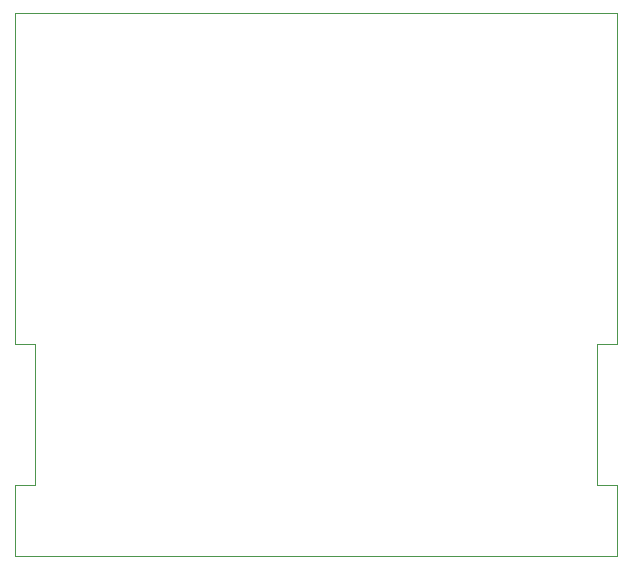
<source format=gbr>
%TF.GenerationSoftware,KiCad,Pcbnew,7.0.6-7.0.6~ubuntu22.04.1*%
%TF.CreationDate,2023-09-10T12:00:18+02:00*%
%TF.ProjectId,RFAmp,5246416d-702e-46b6-9963-61645f706362,rev?*%
%TF.SameCoordinates,Original*%
%TF.FileFunction,Profile,NP*%
%FSLAX46Y46*%
G04 Gerber Fmt 4.6, Leading zero omitted, Abs format (unit mm)*
G04 Created by KiCad (PCBNEW 7.0.6-7.0.6~ubuntu22.04.1) date 2023-09-10 12:00:18*
%MOMM*%
%LPD*%
G01*
G04 APERTURE LIST*
%TA.AperFunction,Profile*%
%ADD10C,0.010000*%
%TD*%
G04 APERTURE END LIST*
D10*
X151000000Y-146000000D02*
X100000000Y-146000000D01*
X100000000Y-128000000D02*
X100000000Y-100000000D01*
X101700000Y-140000000D02*
X100000000Y-140000000D01*
X149300000Y-128000000D02*
X149300000Y-140000000D01*
X151000000Y-140000000D02*
X151000000Y-146000000D01*
X100000000Y-100000000D02*
X151000000Y-100000000D01*
X149300000Y-128000000D02*
X151000000Y-128000000D01*
X151000000Y-100000000D02*
X151000000Y-128000000D01*
X100000000Y-140000000D02*
X100000000Y-146000000D01*
X100000000Y-128000000D02*
X101700000Y-128000000D01*
X101700000Y-128000000D02*
X101700000Y-140000000D01*
X149300000Y-140000000D02*
X151000000Y-140000000D01*
M02*

</source>
